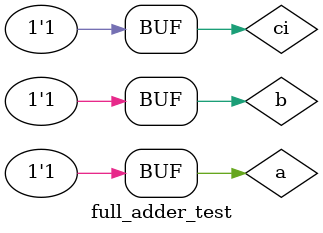
<source format=v>
module full_adder_test();
  reg a, b, ci;
  wire s, co;

  full_adder dut (a, b, ci, s, co);

  initial begin
    $monitor("%t: a = %b, b = %b, ci = %b, s = %b, co = %b", $time, a, b, ci, s, co);

    a = 0; b = 0; ci = 0; #10;
    if (s != 0) $display("failed.");
    if (co != 0) $display("failed.");

    a = 0; b = 1; ci = 0; #10;
    if (s != 1) $display("failed.");
    if (co != 0) $display("failed.");

    a = 1; b = 0; ci = 0; #10;
    if (s != 1) $display("failed.");
    if (co != 0) $display("failed.");

    a = 1; b = 1; ci = 0; #10;
    if (s != 0) $display("failed.");
    if (co != 1) $display("failed.");

    a = 0; b = 0; ci = 1; #10;
    if (s != 1) $display("failed.");
    if (co != 0) $display("failed.");

    a = 1; b = 0; ci = 1; #10;
    if (s != 0) $display("failed.");
    if (co != 1) $display("failed.");

    a = 0; b = 1; ci = 1; #10;
    if (s != 0) $display("failed.");
    if (co != 1) $display("failed.");

    a = 1; b = 1; ci = 1; #10;
    if (s != 1) $display("failed.");
    if (co != 1) $display("failed.");
  end
endmodule

</source>
